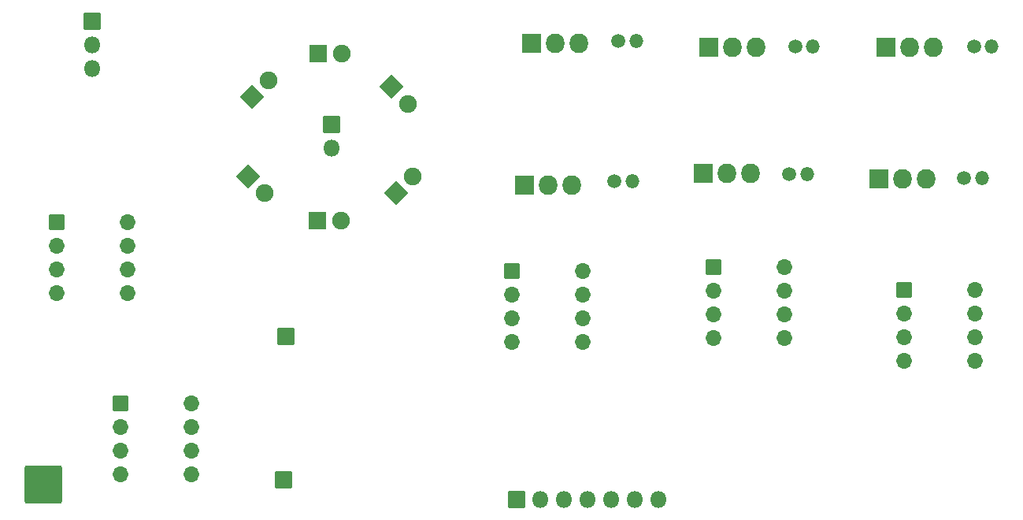
<source format=gbr>
G04 #@! TF.GenerationSoftware,KiCad,Pcbnew,6.0.2-378541a8eb~116~ubuntu20.04.1*
G04 #@! TF.CreationDate,2022-03-04T16:59:05+01:00*
G04 #@! TF.ProjectId,power-ice,706f7765-722d-4696-9365-2e6b69636164,rev?*
G04 #@! TF.SameCoordinates,Original*
G04 #@! TF.FileFunction,Soldermask,Bot*
G04 #@! TF.FilePolarity,Negative*
%FSLAX46Y46*%
G04 Gerber Fmt 4.6, Leading zero omitted, Abs format (unit mm)*
G04 Created by KiCad (PCBNEW 6.0.2-378541a8eb~116~ubuntu20.04.1) date 2022-03-04 16:59:05*
%MOMM*%
%LPD*%
G01*
G04 APERTURE LIST*
G04 Aperture macros list*
%AMRoundRect*
0 Rectangle with rounded corners*
0 $1 Rounding radius*
0 $2 $3 $4 $5 $6 $7 $8 $9 X,Y pos of 4 corners*
0 Add a 4 corners polygon primitive as box body*
4,1,4,$2,$3,$4,$5,$6,$7,$8,$9,$2,$3,0*
0 Add four circle primitives for the rounded corners*
1,1,$1+$1,$2,$3*
1,1,$1+$1,$4,$5*
1,1,$1+$1,$6,$7*
1,1,$1+$1,$8,$9*
0 Add four rect primitives between the rounded corners*
20,1,$1+$1,$2,$3,$4,$5,0*
20,1,$1+$1,$4,$5,$6,$7,0*
20,1,$1+$1,$6,$7,$8,$9,0*
20,1,$1+$1,$8,$9,$2,$3,0*%
G04 Aperture macros list end*
%ADD10RoundRect,0.051000X-0.952500X-1.000000X0.952500X-1.000000X0.952500X1.000000X-0.952500X1.000000X0*%
%ADD11O,2.007000X2.102000*%
%ADD12RoundRect,0.051000X-0.850000X-0.850000X0.850000X-0.850000X0.850000X0.850000X-0.850000X0.850000X0*%
%ADD13RoundRect,0.051000X-0.800000X-0.800000X0.800000X-0.800000X0.800000X0.800000X-0.800000X0.800000X0*%
%ADD14O,1.702000X1.702000*%
%ADD15C,1.502000*%
%ADD16O,1.502000X1.502000*%
%ADD17RoundRect,0.051000X0.000000X-1.272792X1.272792X0.000000X0.000000X1.272792X-1.272792X0.000000X0*%
%ADD18C,1.902000*%
%ADD19O,1.802000X1.802000*%
%ADD20RoundRect,0.051000X0.850000X-0.850000X0.850000X0.850000X-0.850000X0.850000X-0.850000X-0.850000X0*%
%ADD21RoundRect,0.051000X-1.272792X0.000000X0.000000X-1.272792X1.272792X0.000000X0.000000X1.272792X0*%
%ADD22RoundRect,0.051000X-0.900000X-0.900000X0.900000X-0.900000X0.900000X0.900000X-0.900000X0.900000X0*%
%ADD23RoundRect,0.301000X-1.750000X-1.750000X1.750000X-1.750000X1.750000X1.750000X-1.750000X1.750000X0*%
G04 APERTURE END LIST*
D10*
X165700000Y-30600000D03*
D11*
X168240000Y-30600000D03*
X170780000Y-30600000D03*
D12*
X120250000Y-61700000D03*
D13*
X95600000Y-49400000D03*
D14*
X95600000Y-51940000D03*
X95600000Y-54480000D03*
X95600000Y-57020000D03*
X103220000Y-57020000D03*
X103220000Y-54480000D03*
X103220000Y-51940000D03*
X103220000Y-49400000D03*
D15*
X155600000Y-45000000D03*
D16*
X157500000Y-45000000D03*
D17*
X132103949Y-46296051D03*
D18*
X133900000Y-44500000D03*
D15*
X175035000Y-30555000D03*
D16*
X176935000Y-30555000D03*
D13*
X166267500Y-54260000D03*
D14*
X166267500Y-56800000D03*
X166267500Y-59340000D03*
X166267500Y-61880000D03*
X173887500Y-61880000D03*
X173887500Y-59340000D03*
X173887500Y-56800000D03*
X173887500Y-54260000D03*
D12*
X99400000Y-27800000D03*
D19*
X99400000Y-30340000D03*
X99400000Y-32880000D03*
D20*
X145100000Y-79200000D03*
D19*
X147640000Y-79200000D03*
X150180000Y-79200000D03*
X152720000Y-79200000D03*
X155260000Y-79200000D03*
X157800000Y-79200000D03*
X160340000Y-79200000D03*
D13*
X102450000Y-68900000D03*
D14*
X102450000Y-71440000D03*
X102450000Y-73980000D03*
X102450000Y-76520000D03*
X110070000Y-76520000D03*
X110070000Y-73980000D03*
X110070000Y-71440000D03*
X110070000Y-68900000D03*
D10*
X165160000Y-44145000D03*
D11*
X167700000Y-44145000D03*
X170240000Y-44145000D03*
D13*
X144587500Y-54700000D03*
D14*
X144587500Y-57240000D03*
X144587500Y-59780000D03*
X144587500Y-62320000D03*
X152207500Y-62320000D03*
X152207500Y-59780000D03*
X152207500Y-57240000D03*
X152207500Y-54700000D03*
D21*
X116203949Y-44503949D03*
D18*
X118000000Y-46300000D03*
D10*
X145960000Y-45445000D03*
D11*
X148500000Y-45445000D03*
X151040000Y-45445000D03*
D22*
X123625000Y-49300000D03*
D18*
X126165000Y-49300000D03*
D15*
X174395000Y-44300000D03*
D16*
X176295000Y-44300000D03*
D10*
X146700000Y-30200000D03*
D11*
X149240000Y-30200000D03*
X151780000Y-30200000D03*
D13*
X186687500Y-56700000D03*
D14*
X186687500Y-59240000D03*
X186687500Y-61780000D03*
X186687500Y-64320000D03*
X194307500Y-64320000D03*
X194307500Y-61780000D03*
X194307500Y-59240000D03*
X194307500Y-56700000D03*
D21*
X131600000Y-34900000D03*
D18*
X133396051Y-36696051D03*
D23*
X94200000Y-77600000D03*
D17*
X116600000Y-36000000D03*
D18*
X118396051Y-34203949D03*
D12*
X120050000Y-77100000D03*
D10*
X184060000Y-44745000D03*
D11*
X186600000Y-44745000D03*
X189140000Y-44745000D03*
D15*
X194240000Y-30555000D03*
D16*
X196140000Y-30555000D03*
D12*
X125200000Y-38900000D03*
D19*
X125200000Y-41440000D03*
D22*
X123760000Y-31300000D03*
D18*
X126300000Y-31300000D03*
D10*
X184800000Y-30600000D03*
D11*
X187340000Y-30600000D03*
X189880000Y-30600000D03*
D15*
X193200000Y-44700000D03*
D16*
X195100000Y-44700000D03*
D15*
X156035000Y-29955000D03*
D16*
X157935000Y-29955000D03*
M02*

</source>
